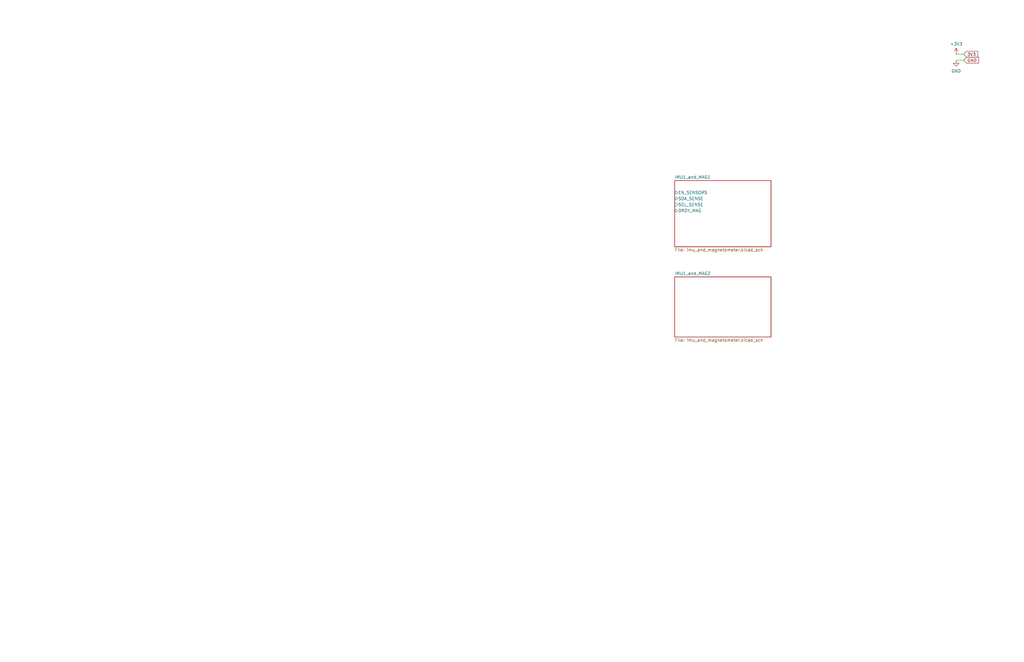
<source format=kicad_sch>
(kicad_sch (version 20230121) (generator eeschema)
  (paper "USLedger")
  (lib_symbols
    (symbol "GND_2" (power) (pin_names (offset 0))
      (property "Value" "GND_2" (at 0 -3.81 0))
      (symbol "GND_2_0_1"
        (polyline (pts (xy 0 0) (xy 0 -1.27) (xy 1.27 -1.27) (xy 0 -2.54) (xy -1.27 -1.27) (xy 0 -1.27)))
      )
      (symbol "GND_2_1_1"
        (pin power_in line (at 0 0 270) (length 0) hide (name "GND") (number "1"))
      )
    )
    (symbol "power:+3V3" (power) (pin_names (offset 0))
      (property "Value" "+3V3" (at 0 3.556 0))
      (symbol "+3V3_0_1"
        (polyline (pts (xy -0.762 1.27) (xy 0 2.54)))
        (polyline (pts (xy 0 0) (xy 0 2.54)))
        (polyline (pts (xy 0 2.54) (xy 0.762 1.27)))
      )
      (symbol "+3V3_1_1"
        (pin power_in line (at 0 0 90) (length 0) hide (name "+3V3") (number "1"))
      )
    )
  )
  (wire (pts (xy 403.225 22.86) (xy 406.4 22.86)))
  (wire (pts (xy 403.1996 25.4) (xy 406.4 25.4)))
  (global_label "3V3" (shape input) (at 406.4 22.86 0) (property "Intersheetrefs" "${INTERSHEET_REFS}" (effects hide)))
  (global_label "GND" (shape input) (at 406.4 25.4 0) (property "Intersheetrefs" "${INTERSHEET_REFS}" (effects hide)))
  (symbol (lib_id "power:+3V3") (at 403.225 22.86 0) (unit 1)
    (property "Reference" "#PWR034" (effects hide))
    (property "Value" "+3V3" (at 403.225 18.5674 0))
    (instances (project "adcs-hardware" (path "" (reference "#PWR034") (unit 1)) (path "" (reference "#PWR036") (unit 1))))
  )
  (symbol (lib_name "GND_2") (lib_id "power:GND") (at 403.1996 25.4 0) (unit 1)
    (property "Reference" "#PWR035" (effects hide))
    (property "Value" "GND" (at 403.1996 29.972 0))
    (instances (project "adcs-hardware" (path "" (reference "#PWR035") (unit 1)) (path "" (reference "#PWR039") (unit 1))))
  )
  (sheet (at 284.48 76.2) (size 40.64 27.94) (stroke (width 0.1524))
    (property "Sheetname" "IMU1_and_MAG1" (at 284.48 75.4884 0) (effects (justify left bottom)))
    (property "Sheetfile" "imu_and_magnetometer.kicad_sch" (at 284.48 104.7246 0) (effects (justify left top)))
    (pin "SDA_SENSE" bidirectional (at 284.48 83.82 180))
    (pin "SCL_SENSE" input (at 284.48 86.36 180))
    (pin "DRDY_MAG" bidirectional (at 284.48 88.9 180))
    (pin "EN_SENSORS" bidirectional (at 284.48 81.28 180))
  )
  (sheet (at 284.48 116.84) (size 40.64 25.4) (stroke (width 0.1524))
    (property "Sheetname" "IMU1_and_MAG2" (at 284.48 116.1284 0) (effects (justify left bottom)))
    (property "Sheetfile" "imu_and_magnetometer.kicad_sch" (at 284.48 142.8246 0) (effects (justify left top)))
  )
)
</source>
